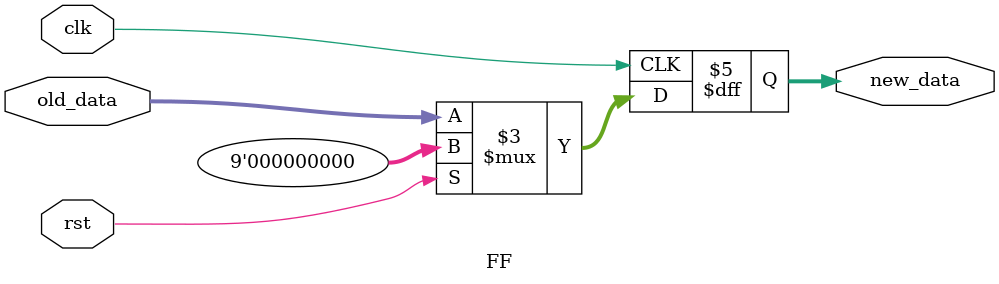
<source format=sv>
module FF(
    input logic clk,
    input logic rst,
    input logic [8:0] old_data,
    output logic [8:0] new_data
);

always_ff @(posedge clk) begin
    if(rst)
        new_data <= 0;
    else
        new_data <= old_data;
end

endmodule

</source>
